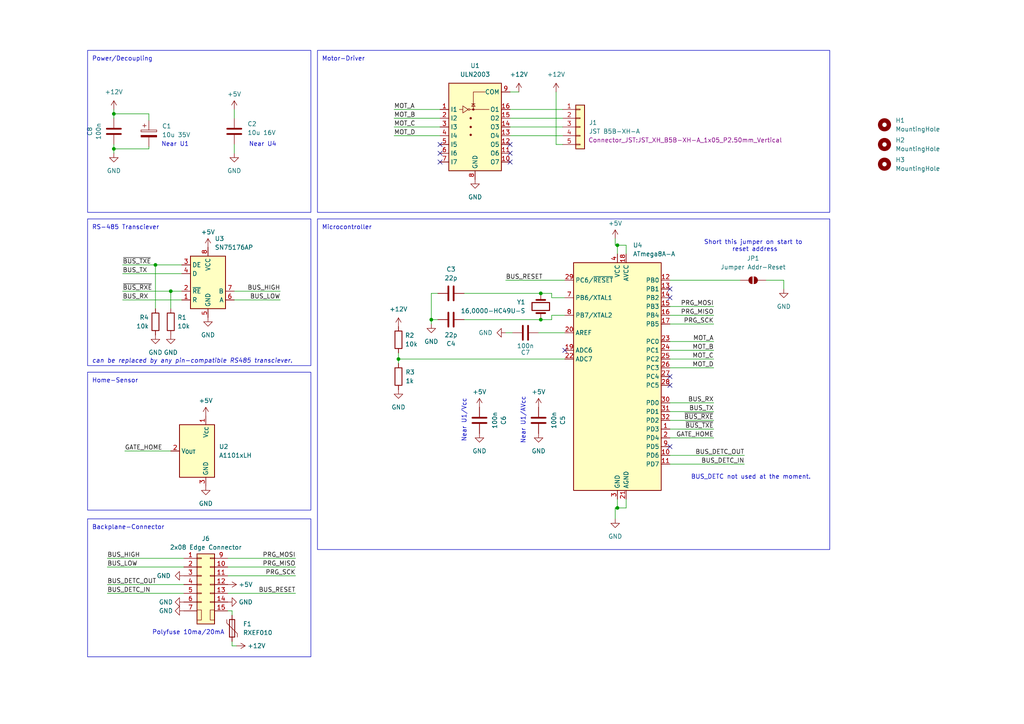
<source format=kicad_sch>
(kicad_sch (version 20250114) (generator "eeschema") (generator_version "9.0")
  (paper "A4")
  (title_block (title "Split-Flap Module Controller ") (date "2025-01-10") (rev "3") (company "Dennis Gunia www.dennisgunia.de") (comment 1 "Rev1 replaced U1 with dip variant"))
  (lib_symbols
    (symbol "Connector_Generic:Conn_01x05" (pin_names (offset 1.016) (hide yes))
      (property "Reference" "J" (at 0 7.62 0))
      (property "Value" "Conn_01x05" (at 0 -7.62 0))
      (symbol "Conn_01x05_1_1"
        (rectangle (start -1.27 6.35) (end 1.27 -6.35) (stroke (width 0.254)) (fill (type background)))
        (rectangle (start -1.27 5.207) (end 0 4.953) (stroke (width 0.1524)))
        (rectangle (start -1.27 2.667) (end 0 2.413) (stroke (width 0.1524)))
        (rectangle (start -1.27 0.127) (end 0 -0.127) (stroke (width 0.1524)))
        (rectangle (start -1.27 -2.413) (end 0 -2.667) (stroke (width 0.1524)))
        (rectangle (start -1.27 -4.953) (end 0 -5.207) (stroke (width 0.1524)))
        (pin passive line (at -5.08 5.08 0) (length 3.81) (name "Pin_1") (number "1"))
        (pin passive line (at -5.08 2.54 0) (length 3.81) (name "Pin_2") (number "2"))
        (pin passive line (at -5.08 0 0) (length 3.81) (name "Pin_3") (number "3"))
        (pin passive line (at -5.08 -2.54 0) (length 3.81) (name "Pin_4") (number "4"))
        (pin passive line (at -5.08 -5.08 0) (length 3.81) (name "Pin_5") (number "5"))
      )
    )
    (symbol "Connector_Generic:Conn_02x08_Top_Bottom" (pin_names (offset 1.016) (hide yes))
      (property "Reference" "J6" (at 1.27 13.335 0))
      (property "Value" "2x08 Edge Connector" (at 1.27 10.795 0))
      (symbol "Conn_02x08_Top_Bottom_1_1"
        (rectangle (start -1.27 8.89) (end 3.81 -11.43) (stroke (width 0.254)) (fill (type background)))
        (rectangle (start -1.27 7.747) (end 0 7.493) (stroke (width 0.1524)))
        (rectangle (start -1.27 5.207) (end 0 4.953) (stroke (width 0.1524)))
        (rectangle (start -1.27 2.667) (end 0 2.413) (stroke (width 0.1524)))
        (rectangle (start -1.27 0.127) (end 0 -0.127) (stroke (width 0.1524)))
        (rectangle (start -1.27 -2.413) (end 0 -2.667) (stroke (width 0.1524)))
        (rectangle (start -1.27 -4.953) (end 0 -5.207) (stroke (width 0.1524)))
        (rectangle (start -1.27 -7.366) (end 0 -10.287) (stroke (width 0.1524)))
        (rectangle (start 2.54 -7.366) (end 3.81 -10.287) (stroke (width 0.1524)))
        (rectangle (start 3.81 7.747) (end 2.54 7.493) (stroke (width 0.1524)))
        (rectangle (start 3.81 5.207) (end 2.54 4.953) (stroke (width 0.1524)))
        (rectangle (start 3.81 2.667) (end 2.54 2.413) (stroke (width 0.1524)))
        (rectangle (start 3.81 0.127) (end 2.54 -0.127) (stroke (width 0.1524)))
        (rectangle (start 3.81 -2.413) (end 2.54 -2.667) (stroke (width 0.1524)))
        (rectangle (start 3.81 -4.953) (end 2.54 -5.207) (stroke (width 0.1524)))
        (pin passive line (at -5.08 7.62 0) (length 3.81) (name "Pin_1") (number "1"))
        (pin passive line (at -5.08 5.08 0) (length 3.81) (name "Pin_2") (number "2"))
        (pin passive line (at -5.08 2.54 0) (length 3.81) (name "Pin_3") (number "3"))
        (pin passive line (at -5.08 0 0) (length 3.81) (name "Pin_4") (number "4"))
        (pin passive line (at -5.08 -2.54 0) (length 3.81) (name "Pin_5") (number "5"))
        (pin passive line (at -5.08 -5.08 0) (length 3.81) (name "Pin_6") (number "6"))
        (pin passive line (at -5.08 -7.62 0) (length 3.81) (name "Pin_7") (number "7"))
        (pin no_connect line (at -5.08 -10.16 0) (length 3.81) (hide yes) (name "Pin_8") (number "8"))
        (pin passive line (at 7.62 7.62 180) (length 3.81) (name "Pin_9") (number "9"))
        (pin passive line (at 7.62 5.08 180) (length 3.81) (name "Pin_10") (number "10"))
        (pin passive line (at 7.62 2.54 180) (length 3.81) (name "Pin_11") (number "11"))
        (pin passive line (at 7.62 0 180) (length 3.81) (name "Pin_12") (number "12"))
        (pin passive line (at 7.62 -2.54 180) (length 3.81) (name "Pin_13") (number "13"))
        (pin passive line (at 7.62 -5.08 180) (length 3.81) (name "Pin_14") (number "14"))
        (pin passive line (at 7.62 -7.62 180) (length 3.81) (name "Pin_15") (number "15"))
        (pin no_connect line (at 7.62 -10.16 180) (length 3.81) (hide yes) (name "Pin_16") (number "16"))
      )
    )
    (symbol "Device:C" (pin_numbers (hide yes)) (pin_names (offset 0.254))
      (property "Reference" "C" (at 0.635 2.54 0))
      (property "Value" "C" (at 0.635 -2.54 0))
      (symbol "C_0_1"
        (polyline (pts (xy -2.032 0.762) (xy 2.032 0.762)) (stroke (width 0.508)))
        (polyline (pts (xy -2.032 -0.762) (xy 2.032 -0.762)) (stroke (width 0.508)))
      )
      (symbol "C_1_1"
        (pin passive line (at 0 3.81 270) (length 2.794) (name "~") (number "1"))
        (pin passive line (at 0 -3.81 90) (length 2.794) (name "~") (number "2"))
      )
    )
    (symbol "Device:C_Polarized" (pin_numbers (hide yes)) (pin_names (offset 0.254))
      (property "Reference" "C" (at 0.635 2.54 0))
      (property "Value" "C_Polarized" (at 0.635 -2.54 0))
      (symbol "C_Polarized_0_1"
        (rectangle (start -2.286 0.508) (end 2.286 1.016))
        (polyline (pts (xy -1.778 2.286) (xy -0.762 2.286)))
        (polyline (pts (xy -1.27 2.794) (xy -1.27 1.778)))
        (rectangle (start 2.286 -0.508) (end -2.286 -1.016) (fill (type outline)))
      )
      (symbol "C_Polarized_1_1"
        (pin passive line (at 0 3.81 270) (length 2.794) (name "~") (number "1"))
        (pin passive line (at 0 -3.81 90) (length 2.794) (name "~") (number "2"))
      )
    )
    (symbol "Device:Crystal" (pin_numbers (hide yes)) (pin_names (offset 1.016) (hide yes))
      (property "Reference" "Y" (at 0 3.81 0))
      (property "Value" "Crystal" (at 0 -3.81 0))
      (symbol "Crystal_0_1"
        (polyline (pts (xy -2.54 0) (xy -1.905 0)))
        (polyline (pts (xy -1.905 -1.27) (xy -1.905 1.27)) (stroke (width 0.508)))
        (rectangle (start -1.143 2.54) (end 1.143 -2.54) (stroke (width 0.3048)))
        (polyline (pts (xy 1.905 -1.27) (xy 1.905 1.27)) (stroke (width 0.508)))
        (polyline (pts (xy 2.54 0) (xy 1.905 0)))
      )
      (symbol "Crystal_1_1"
        (pin passive line (at -3.81 0 0) (length 1.27) (name "1") (number "1"))
        (pin passive line (at 3.81 0 180) (length 1.27) (name "2") (number "2"))
      )
    )
    (symbol "Device:Polyfuse" (pin_numbers (hide yes)) (pin_names (offset 0))
      (property "Reference" "F" (at -2.54 0 90))
      (property "Value" "Polyfuse" (at 2.54 0 90))
      (symbol "Polyfuse_0_1"
        (polyline (pts (xy -1.524 2.54) (xy -1.524 1.524) (xy 1.524 -1.524) (xy 1.524 -2.54)))
        (rectangle (start -0.762 2.54) (end 0.762 -2.54) (stroke (width 0.254)))
        (polyline (pts (xy 0 2.54) (xy 0 -2.54)))
      )
      (symbol "Polyfuse_1_1"
        (pin passive line (at 0 3.81 270) (length 1.27) (name "~") (number "1"))
        (pin passive line (at 0 -3.81 90) (length 1.27) (name "~") (number "2"))
      )
    )
    (symbol "Device:R" (pin_numbers (hide yes)) (pin_names (offset 0))
      (property "Reference" "R" (at 2.032 0 90))
      (property "Value" "R" (at 0 0 90))
      (symbol "R_0_1"
        (rectangle (start -1.016 -2.54) (end 1.016 2.54) (stroke (width 0.254)))
      )
      (symbol "R_1_1"
        (pin passive line (at 0 3.81 270) (length 1.27) (name "~") (number "1"))
        (pin passive line (at 0 -3.81 90) (length 1.27) (name "~") (number "2"))
      )
    )
    (symbol "Interface_UART:SN75176AP"
      (property "Reference" "U" (at -4.318 8.89 0))
      (property "Value" "SN75176AP" (at 1.016 8.89 0))
      (symbol "SN75176AP_0_1"
        (rectangle (start -5.08 7.62) (end 5.08 -7.62) (stroke (width 0.254)) (fill (type background)))
      )
      (symbol "SN75176AP_1_1"
        (pin input line (at -7.62 5.08 0) (length 2.54) (name "DE") (number "3"))
        (pin input line (at -7.62 2.54 0) (length 2.54) (name "D") (number "4"))
        (pin input line (at -7.62 -2.54 0) (length 2.54) (name "~{RE}") (number "2"))
        (pin output line (at -7.62 -5.08 0) (length 2.54) (name "R") (number "1"))
        (pin power_in line (at 0 10.16 270) (length 2.54) (name "VCC") (number "8"))
        (pin power_in line (at 0 -10.16 90) (length 2.54) (name "GND") (number "5"))
        (pin bidirectional line (at 7.62 -2.54 180) (length 2.54) (name "B") (number "7"))
        (pin bidirectional line (at 7.62 -5.08 180) (length 2.54) (name "A") (number "6"))
      )
    )
    (symbol "Jumper:SolderJumper_2_Open" (pin_numbers (hide yes)) (pin_names (offset 0) (hide yes)) (in_bom no)
      (property "Reference" "JP" (at 0 2.032 0))
      (property "Value" "SolderJumper_2_Open" (at 0 -2.54 0))
      (symbol "SolderJumper_2_Open_0_1"
        (polyline (pts (xy -0.254 1.016) (xy -0.254 -1.016)))
        (arc (start -0.254 -1.016) (mid -1.2656 0) (end -0.254 1.016))
        (arc (start -0.254 -1.016) (mid -1.2656 0) (end -0.254 1.016) (fill (type outline)))
        (arc (start 0.254 1.016) (mid 1.2656 0) (end 0.254 -1.016))
        (arc (start 0.254 1.016) (mid 1.2656 0) (end 0.254 -1.016) (fill (type outline)))
        (polyline (pts (xy 0.254 1.016) (xy 0.254 -1.016)))
      )
      (symbol "SolderJumper_2_Open_1_1"
        (pin passive line (at -3.81 0 0) (length 2.54) (name "A") (number "1"))
        (pin passive line (at 3.81 0 180) (length 2.54) (name "B") (number "2"))
      )
    )
    (symbol "MCU_Microchip_ATmega:ATmega8A-A"
      (property "Reference" "U" (at -12.7 34.29 0))
      (property "Value" "ATmega8A-A" (at 5.08 -34.29 0))
      (symbol "ATmega8A-A_0_1"
        (rectangle (start -12.7 -33.02) (end 12.7 33.02) (stroke (width 0.254)) (fill (type background)))
      )
      (symbol "ATmega8A-A_1_1"
        (pin bidirectional line (at -15.24 27.94 0) (length 2.54) (name "PC6/~{RESET}") (number "29"))
        (pin bidirectional line (at -15.24 22.86 0) (length 2.54) (name "PB6/XTAL1") (number "7"))
        (pin bidirectional line (at -15.24 17.78 0) (length 2.54) (name "PB7/XTAL2") (number "8"))
        (pin passive line (at -15.24 12.7 0) (length 2.54) (name "AREF") (number "20"))
        (pin input line (at -15.24 7.62 0) (length 2.54) (name "ADC6") (number "19"))
        (pin input line (at -15.24 5.08 0) (length 2.54) (name "ADC7") (number "22"))
        (pin power_in line (at 0 35.56 270) (length 2.54) (name "VCC") (number "4"))
        (pin passive line (at 0 35.56 270) (length 2.54) (hide yes) (name "VCC") (number "6"))
        (pin power_in line (at 0 -35.56 90) (length 2.54) (name "GND") (number "3"))
        (pin passive line (at 0 -35.56 90) (length 2.54) (hide yes) (name "GND") (number "5"))
        (pin power_in line (at 2.54 35.56 270) (length 2.54) (name "AVCC") (number "18"))
        (pin power_in line (at 2.54 -35.56 90) (length 2.54) (name "AGND") (number "21"))
        (pin bidirectional line (at 15.24 27.94 180) (length 2.54) (name "PB0") (number "12"))
        (pin bidirectional line (at 15.24 25.4 180) (length 2.54) (name "PB1") (number "13"))
        (pin bidirectional line (at 15.24 22.86 180) (length 2.54) (name "PB2") (number "14"))
        (pin bidirectional line (at 15.24 20.32 180) (length 2.54) (name "PB3") (number "15"))
        (pin bidirectional line (at 15.24 17.78 180) (length 2.54) (name "PB4") (number "16"))
        (pin bidirectional line (at 15.24 15.24 180) (length 2.54) (name "PB5") (number "17"))
        (pin bidirectional line (at 15.24 10.16 180) (length 2.54) (name "PC0") (number "23"))
        (pin bidirectional line (at 15.24 7.62 180) (length 2.54) (name "PC1") (number "24"))
        (pin bidirectional line (at 15.24 5.08 180) (length 2.54) (name "PC2") (number "25"))
        (pin bidirectional line (at 15.24 2.54 180) (length 2.54) (name "PC3") (number "26"))
        (pin bidirectional line (at 15.24 0 180) (length 2.54) (name "PC4") (number "27"))
        (pin bidirectional line (at 15.24 -2.54 180) (length 2.54) (name "PC5") (number "28"))
        (pin bidirectional line (at 15.24 -7.62 180) (length 2.54) (name "PD0") (number "30"))
        (pin bidirectional line (at 15.24 -10.16 180) (length 2.54) (name "PD1") (number "31"))
        (pin bidirectional line (at 15.24 -12.7 180) (length 2.54) (name "PD2") (number "32"))
        (pin bidirectional line (at 15.24 -15.24 180) (length 2.54) (name "PD3") (number "1"))
        (pin bidirectional line (at 15.24 -17.78 180) (length 2.54) (name "PD4") (number "2"))
        (pin bidirectional line (at 15.24 -20.32 180) (length 2.54) (name "PD5") (number "9"))
        (pin bidirectional line (at 15.24 -22.86 180) (length 2.54) (name "PD6") (number "10"))
        (pin bidirectional line (at 15.24 -25.4 180) (length 2.54) (name "PD7") (number "11"))
      )
    )
    (symbol "Mechanical:MountingHole" (pin_names (offset 1.016))
      (property "Reference" "H" (at 0 5.08 0))
      (property "Value" "MountingHole" (at 0 3.175 0))
      (symbol "MountingHole_0_1"
        (circle (center 0 0) (radius 1.27) (stroke (width 1.27)))
      )
    )
    (symbol "Sensor_Magnetic:A1101xLH"
      (property "Reference" "U" (at 0 11.43 0))
      (property "Value" "A1101xLH" (at 0 8.89 0))
      (symbol "A1101xLH_0_1"
        (rectangle (start -5.08 7.62) (end 5.08 -7.62) (stroke (width 0.254)) (fill (type background)))
      )
      (symbol "A1101xLH_1_1"
        (pin power_in line (at -2.54 10.16 270) (length 2.54) (name "V_{CC}") (number "1"))
        (pin power_in line (at -2.54 -10.16 90) (length 2.54) (name "GND") (number "3"))
        (pin open_collector line (at 7.62 0 180) (length 2.54) (name "V_{OUT}") (number "2"))
      )
    )
    (symbol "Transistor_Array:ULN2003"
      (property "Reference" "U" (at 0 15.875 0))
      (property "Value" "ULN2003" (at 0 13.97 0))
      (symbol "ULN2003_0_1"
        (rectangle (start -7.62 -12.7) (end 7.62 12.7) (stroke (width 0.254)) (fill (type background)))
        (polyline (pts (xy -4.572 5.08) (xy -3.556 5.08)))
        (polyline (pts (xy -3.556 6.096) (xy -3.556 4.064) (xy -2.032 5.08) (xy -3.556 6.096)))
        (circle (center -1.778 5.08) (radius 0.254))
        (polyline (pts (xy -1.524 5.08) (xy 4.064 5.08)))
        (circle (center -1.27 2.54) (radius 0.254) (fill (type outline)))
        (circle (center -1.27 0) (radius 0.254) (fill (type outline)))
        (circle (center -1.27 -2.286) (radius 0.254) (fill (type outline)))
        (circle (center -0.508 5.08) (radius 0.254) (fill (type outline)))
        (polyline (pts (xy -0.508 5.08) (xy -0.508 10.16) (xy 2.921 10.16)))
        (polyline (pts (xy 0 6.731) (xy -1.016 6.731)))
        (polyline (pts (xy 0 5.969) (xy -1.016 5.969) (xy -0.508 6.731) (xy 0 5.969)))
      )
      (symbol "ULN2003_1_1"
        (pin input line (at -10.16 5.08 0) (length 2.54) (name "I1") (number "1"))
        (pin input line (at -10.16 2.54 0) (length 2.54) (name "I2") (number "2"))
        (pin input line (at -10.16 0 0) (length 2.54) (name "I3") (number "3"))
        (pin input line (at -10.16 -2.54 0) (length 2.54) (name "I4") (number "4"))
        (pin input line (at -10.16 -5.08 0) (length 2.54) (name "I5") (number "5"))
        (pin input line (at -10.16 -7.62 0) (length 2.54) (name "I6") (number "6"))
        (pin input line (at -10.16 -10.16 0) (length 2.54) (name "I7") (number "7"))
        (pin power_in line (at 0 -15.24 90) (length 2.54) (name "GND") (number "8"))
        (pin passive line (at 10.16 10.16 180) (length 2.54) (name "COM") (number "9"))
        (pin open_collector line (at 10.16 5.08 180) (length 2.54) (name "O1") (number "16"))
        (pin open_collector line (at 10.16 2.54 180) (length 2.54) (name "O2") (number "15"))
        (pin open_collector line (at 10.16 0 180) (length 2.54) (name "O3") (number "14"))
        (pin open_collector line (at 10.16 -2.54 180) (length 2.54) (name "O4") (number "13"))
        (pin open_collector line (at 10.16 -5.08 180) (length 2.54) (name "O5") (number "12"))
        (pin open_collector line (at 10.16 -7.62 180) (length 2.54) (name "O6") (number "11"))
        (pin open_collector line (at 10.16 -10.16 180) (length 2.54) (name "O7") (number "10"))
      )
    )
    (symbol "power:+12V" (power) (pin_names (offset 0))
      (property "Value" "+12V" (at 0 3.556 0))
      (symbol "+12V_0_1"
        (polyline (pts (xy -0.762 1.27) (xy 0 2.54)))
        (polyline (pts (xy 0 2.54) (xy 0.762 1.27)))
        (polyline (pts (xy 0 0) (xy 0 2.54)))
      )
      (symbol "+12V_1_1"
        (pin power_in line (at 0 0 90) (length 0) (hide yes) (name "+12V") (number "1"))
      )
    )
    (symbol "power:+5V" (power) (pin_names (offset 0))
      (property "Value" "+5V" (at 0 3.556 0))
      (symbol "+5V_0_1"
        (polyline (pts (xy -0.762 1.27) (xy 0 2.54)))
        (polyline (pts (xy 0 2.54) (xy 0.762 1.27)))
        (polyline (pts (xy 0 0) (xy 0 2.54)))
      )
      (symbol "+5V_1_1"
        (pin power_in line (at 0 0 90) (length 0) (hide yes) (name "+5V") (number "1"))
      )
    )
    (symbol "power:GND" (power) (pin_names (offset 0))
      (property "Value" "GND" (at 0 -3.81 0))
      (symbol "GND_0_1"
        (polyline (pts (xy 0 0) (xy 0 -1.27) (xy 1.27 -1.27) (xy 0 -2.54) (xy -1.27 -1.27) (xy 0 -1.27)))
      )
      (symbol "GND_1_1"
        (pin power_in line (at 0 0 270) (length 0) (hide yes) (name "GND") (number "1"))
      )
    )
  )
  (rectangle (start 92.075 14.605) (end 240.665 61.595))
  (rectangle (start 25.4 107.95) (end 90.17 147.955))
  (rectangle (start 25.4 63.5) (end 90.17 106.045))
  (rectangle (start 92.075 63.5) (end 240.665 159.385))
  (rectangle (start 25.4 150.495) (end 90.17 190.5))
  (rectangle (start 25.4 14.605) (end 90.17 61.595))
  (text "Motor-Driver\n" (at 93.345 17.145 0) (effects (font (size 1.27 1.27)) (justify left)))
  (text "RS-485 Transciever" (at 26.67 66.04 0) (effects (font (size 1.27 1.27)) (justify left)))
  (text "Power/Decoupling\n" (at 26.67 17.145 0) (effects (font (size 1.27 1.27)) (justify left)))
  (text "Polyfuse 10ma/20mA" (at 54.61 183.515 0) (effects (font (size 1.27 1.27))))
  (text "Home-Sensor" (at 26.67 110.49 0) (effects (font (size 1.27 1.27)) (justify left)))
  (text "Short this jumper on start to \nreset address" (at 218.948 71.374 0) (effects (font (size 1.27 1.27))))
  (text "Backplane-Connector" (at 26.67 153.035 0) (effects (font (size 1.27 1.27)) (justify left)))
  (text "BUS_DETC not used at the moment." (at 217.805 138.43 0) (effects (font (size 1.27 1.27))))
  (text "Near U1\n" (at 50.8 41.91 0) (effects (font (size 1.27 1.27))))
  (text "can be replaced by any pin-compatible RS485 transciever." (at 26.67 104.775 0) (effects (font (size 1.27 1.27) (italic yes)) (justify left)))
  (text "Near U1/AVcc" (at 151.765 121.92 90) (effects (font (size 1.27 1.27))))
  (text "Near U1/Vcc" (at 134.62 121.92 90) (effects (font (size 1.27 1.27))))
  (text "Microcontroller" (at 93.345 66.04 0) (effects (font (size 1.27 1.27)) (justify left)))
  (text "Near U4\n" (at 76.2 41.91 0) (effects (font (size 1.27 1.27))))
  (junction (at 45.085 76.835))
  (junction (at 125.095 92.71))
  (junction (at 156.845 92.71))
  (junction (at 33.02 43.18))
  (junction (at 156.845 85.09))
  (junction (at 179.07 147.32))
  (junction (at 49.53 84.455))
  (junction (at 179.07 71.12))
  (junction (at 115.57 104.14))
  (junction (at 33.02 33.02))
  (no_connect (at 163.83 101.6))
  (no_connect (at 147.955 41.91))
  (no_connect (at 194.31 86.36))
  (no_connect (at 147.955 44.45))
  (no_connect (at 194.31 129.54))
  (no_connect (at 194.31 111.76))
  (no_connect (at 194.31 109.22))
  (no_connect (at 127.635 46.99))
  (no_connect (at 127.635 44.45))
  (no_connect (at 127.635 41.91))
  (no_connect (at 147.955 46.99))
  (no_connect (at 194.31 83.82))
  (wire (pts (xy 179.07 147.32) (xy 179.07 144.78)))
  (wire (pts (xy 35.56 84.455) (xy 49.53 84.455)))
  (wire (pts (xy 194.31 106.68) (xy 207.01 106.68)))
  (wire (pts (xy 194.31 91.44) (xy 207.01 91.44)))
  (wire (pts (xy 194.31 88.9) (xy 207.01 88.9)))
  (wire (pts (xy 53.34 172.085) (xy 31.115 172.085)))
  (wire (pts (xy 194.31 134.62) (xy 215.9 134.62)))
  (wire (pts (xy 160.02 86.36) (xy 163.83 86.36)))
  (wire (pts (xy 45.085 89.535) (xy 45.085 76.835)))
  (wire (pts (xy 134.62 85.09) (xy 156.845 85.09)))
  (wire (pts (xy 227.33 81.28) (xy 227.33 83.82)))
  (wire (pts (xy 179.07 147.32) (xy 178.435 147.32)))
  (wire (pts (xy 179.07 147.32) (xy 181.61 147.32)))
  (wire (pts (xy 33.02 41.91) (xy 33.02 43.18)))
  (wire (pts (xy 146.685 81.28) (xy 163.83 81.28)))
  (wire (pts (xy 160.02 92.71) (xy 160.02 91.44)))
  (wire (pts (xy 67.31 187.325) (xy 68.58 187.325)))
  (wire (pts (xy 33.02 34.29) (xy 33.02 33.02)))
  (wire (pts (xy 194.31 93.98) (xy 207.01 93.98)))
  (wire (pts (xy 127.635 36.83) (xy 114.3 36.83)))
  (wire (pts (xy 67.31 177.165) (xy 67.31 178.435)))
  (wire (pts (xy 49.53 84.455) (xy 49.53 89.535)))
  (wire (pts (xy 160.02 91.44) (xy 163.83 91.44)))
  (wire (pts (xy 67.945 84.455) (xy 81.28 84.455)))
  (wire (pts (xy 52.705 86.995) (xy 35.56 86.995)))
  (wire (pts (xy 66.04 177.165) (xy 67.31 177.165)))
  (wire (pts (xy 43.18 42.545) (xy 43.18 43.18)))
  (wire (pts (xy 127.635 34.29) (xy 114.3 34.29)))
  (wire (pts (xy 66.04 172.085) (xy 85.725 172.085)))
  (wire (pts (xy 161.29 41.91) (xy 163.195 41.91)))
  (wire (pts (xy 115.57 105.41) (xy 115.57 104.14)))
  (wire (pts (xy 181.61 71.12) (xy 179.07 71.12)))
  (wire (pts (xy 31.115 164.465) (xy 53.34 164.465)))
  (wire (pts (xy 222.25 81.28) (xy 227.33 81.28)))
  (wire (pts (xy 67.945 31.75) (xy 67.945 34.29)))
  (wire (pts (xy 66.04 164.465) (xy 85.725 164.465)))
  (wire (pts (xy 179.07 71.12) (xy 179.07 73.66)))
  (wire (pts (xy 148.59 96.52) (xy 146.685 96.52)))
  (wire (pts (xy 147.955 39.37) (xy 163.195 39.37)))
  (wire (pts (xy 67.31 186.055) (xy 67.31 187.325)))
  (wire (pts (xy 181.61 73.66) (xy 181.61 71.12)))
  (wire (pts (xy 147.955 26.67) (xy 150.495 26.67)))
  (wire (pts (xy 115.57 104.14) (xy 115.57 102.362)))
  (wire (pts (xy 156.845 85.09) (xy 160.02 85.09)))
  (wire (pts (xy 43.18 33.02) (xy 33.02 33.02)))
  (wire (pts (xy 134.62 92.71) (xy 156.845 92.71)))
  (wire (pts (xy 127 85.09) (xy 125.095 85.09)))
  (wire (pts (xy 35.56 76.835) (xy 45.085 76.835)))
  (wire (pts (xy 178.435 150.495) (xy 178.435 147.32)))
  (wire (pts (xy 194.31 101.6) (xy 207.01 101.6)))
  (wire (pts (xy 125.095 85.09) (xy 125.095 92.71)))
  (wire (pts (xy 194.31 116.84) (xy 207.01 116.84)))
  (wire (pts (xy 127.635 39.37) (xy 114.3 39.37)))
  (wire (pts (xy 33.02 43.18) (xy 33.02 44.45)))
  (wire (pts (xy 53.34 169.545) (xy 31.115 169.545)))
  (wire (pts (xy 33.02 43.18) (xy 43.18 43.18)))
  (wire (pts (xy 147.955 34.29) (xy 163.195 34.29)))
  (wire (pts (xy 194.31 104.14) (xy 207.01 104.14)))
  (wire (pts (xy 66.04 161.925) (xy 85.725 161.925)))
  (wire (pts (xy 43.18 34.925) (xy 43.18 33.02)))
  (wire (pts (xy 194.31 119.38) (xy 207.01 119.38)))
  (wire (pts (xy 156.21 96.52) (xy 163.83 96.52)))
  (wire (pts (xy 181.61 144.78) (xy 181.61 147.32)))
  (wire (pts (xy 66.04 167.005) (xy 85.725 167.005)))
  (wire (pts (xy 115.57 104.14) (xy 163.83 104.14)))
  (wire (pts (xy 52.705 79.375) (xy 35.56 79.375)))
  (wire (pts (xy 67.945 86.995) (xy 81.28 86.995)))
  (wire (pts (xy 127.635 31.75) (xy 114.3 31.75)))
  (wire (pts (xy 67.945 41.91) (xy 67.945 44.45)))
  (wire (pts (xy 194.31 124.46) (xy 207.01 124.46)))
  (wire (pts (xy 125.095 92.71) (xy 125.095 93.98)))
  (wire (pts (xy 194.31 99.06) (xy 207.01 99.06)))
  (wire (pts (xy 161.29 26.67) (xy 161.29 41.91)))
  (wire (pts (xy 194.31 81.28) (xy 214.63 81.28)))
  (wire (pts (xy 160.02 85.09) (xy 160.02 86.36)))
  (wire (pts (xy 52.705 84.455) (xy 49.53 84.455)))
  (wire (pts (xy 33.02 31.75) (xy 33.02 33.02)))
  (wire (pts (xy 156.845 92.71) (xy 160.02 92.71)))
  (wire (pts (xy 178.435 69.215) (xy 178.435 71.12)))
  (wire (pts (xy 194.31 132.08) (xy 215.9 132.08)))
  (wire (pts (xy 45.085 76.835) (xy 52.705 76.835)))
  (wire (pts (xy 53.34 161.925) (xy 31.115 161.925)))
  (wire (pts (xy 194.31 121.92) (xy 207.01 121.92)))
  (wire (pts (xy 147.955 31.75) (xy 163.195 31.75)))
  (wire (pts (xy 179.07 71.12) (xy 178.435 71.12)))
  (wire (pts (xy 147.955 36.83) (xy 163.195 36.83)))
  (wire (pts (xy 127 92.71) (xy 125.095 92.71)))
  (wire (pts (xy 49.53 130.81) (xy 36.195 130.81)))
  (wire (pts (xy 194.31 127) (xy 207.01 127)))
  (label "BUS_TX" (at 35.56 79.375 0))
  (label "MOT_A" (at 114.3 31.75 0))
  (label "MOT_C" (at 207.01 104.14 180))
  (label "BUS_RESET" (at 85.725 172.085 180))
  (label "BUS_RX" (at 207.01 116.84 180))
  (label "GATE_HOME" (at 207.01 127 180))
  (label "MOT_C" (at 114.3 36.83 0))
  (label "MOT_D" (at 114.3 39.37 0))
  (label "MOT_A" (at 207.01 99.06 180))
  (label "BUS_RX" (at 35.56 86.995 0))
  (label "BUS_DETC_OUT" (at 31.115 169.545 0))
  (label "PRG_SCK" (at 207.01 93.98 180))
  (label "BUS_HIGH" (at 81.28 84.455 180))
  (label "MOT_D" (at 207.01 106.68 180))
  (label "PRG_MISO" (at 207.01 91.44 180))
  (label "BUS_HIGH" (at 31.115 161.925 0))
  (label "BUS_DETC_IN" (at 215.9 134.62 180))
  (label "MOT_B" (at 114.3 34.29 0))
  (label "GATE_HOME" (at 36.195 130.81 0))
  (label "PRG_MISO" (at 85.725 164.465 180))
  (label "BUS_RESET" (at 146.685 81.28 0))
  (label "MOT_B" (at 207.01 101.6 180))
  (label "~{BUS_TXE}" (at 207.01 124.46 180))
  (label "PRG_MOSI" (at 85.725 161.925 180))
  (label "~{BUS_TXE}" (at 35.56 76.835 0))
  (label "~{BUS_RXE}" (at 207.01 121.92 180))
  (label "BUS_LOW" (at 81.28 86.995 180))
  (label "~{BUS_RXE}" (at 35.56 84.455 0))
  (label "BUS_LOW" (at 31.115 164.465 0))
  (label "BUS_DETC_OUT" (at 215.9 132.08 180))
  (label "PRG_MOSI" (at 207.01 88.9 180))
  (label "BUS_DETC_IN" (at 31.115 172.085 0))
  (label "BUS_TX" (at 207.01 119.38 180))
  (label "PRG_SCK" (at 85.725 167.005 180))
  (symbol (lib_id "power:+5V") (at 67.945 31.75 0) (unit 1)
    (property "Reference" "#PWR08" (effects (hide yes)))
    (property "Value" "+5V" (at 67.945 27.305 0))
  )
  (symbol (lib_id "power:+12V") (at 115.57 94.742 0) (mirror y) (unit 1)
    (property "Reference" "#PWR028" (effects (hide yes)))
    (property "Value" "+12V" (at 115.57 89.662 0))
  )
  (symbol (lib_id "Device:Polyfuse") (at 67.31 182.245 0) (unit 1)
    (property "Reference" "F1" (at 70.485 180.975 0) (effects (justify left)))
    (property "Value" "RXEF010" (at 70.485 183.515 0) (effects (justify left)))
    (property "Footprint" "Fuse:Fuse_0805_2012Metric" (effects (hide yes)))
  )
  (symbol (lib_id "Device:C") (at 156.21 121.92 0) (mirror x) (unit 1)
    (property "Reference" "C5" (at 163.195 121.92 90))
    (property "Value" "100n" (at 160.655 121.92 90))
    (property "Footprint" "Capacitor_SMD:C_0805_2012Metric" (effects (hide yes)))
  )
  (symbol (lib_id "Device:C_Polarized") (at 43.18 38.735 0) (unit 1)
    (property "Reference" "C1" (at 46.99 36.576 0) (effects (justify left)))
    (property "Value" "10u 35V" (at 46.99 39.116 0) (effects (justify left)))
    (property "Footprint" "Capacitor_THT:CP_Radial_D6.3mm_P2.50mm" (effects (hide yes)))
  )
  (symbol (lib_id "Connector_Generic:Conn_01x05") (at 168.275 36.83 0) (unit 1)
    (property "Reference" "J1" (at 170.815 35.56 0) (effects (justify left)))
    (property "Value" "JST B5B-XH-A" (at 170.815 38.1 0) (effects (justify left)))
    (property "Footprint" "Connector_JST:JST_XH_B5B-XH-A_1x05_P2.50mm_Vertical" (at 198.755 40.64 0))
  )
  (symbol (lib_id "power:+5V") (at 66.04 169.545 270) (unit 1)
    (property "Reference" "#PWR019" (effects (hide yes)))
    (property "Value" "+5V" (at 69.215 169.545 90) (effects (justify left)))
  )
  (symbol (lib_id "Device:R") (at 115.57 98.552 0) (unit 1)
    (property "Reference" "R2" (at 117.475 97.282 0) (effects (justify left)))
    (property "Value" "10k" (at 117.475 99.822 0) (effects (justify left)))
    (property "Footprint" "Resistor_SMD:R_0805_2012Metric" (effects (hide yes)))
  )
  (symbol (lib_id "power:GND") (at 139.065 125.73 0) (mirror y) (unit 1)
    (property "Reference" "#PWR027" (effects (hide yes)))
    (property "Value" "GND" (at 139.065 130.81 0))
  )
  (symbol (lib_id "power:+12V") (at 150.495 26.67 0) (unit 1)
    (property "Reference" "#PWR02" (effects (hide yes)))
    (property "Value" "+12V" (at 150.495 21.59 0))
  )
  (symbol (lib_id "power:GND") (at 66.04 174.625 90) (unit 1)
    (property "Reference" "#PWR022" (effects (hide yes)))
    (property "Value" "GND" (at 69.215 174.625 90) (effects (justify right)))
  )
  (symbol (lib_id "power:GND") (at 60.325 92.075 0) (mirror y) (unit 1)
    (property "Reference" "#PWR010" (effects (hide yes)))
    (property "Value" "GND" (at 60.325 97.155 0))
  )
  (symbol (lib_id "power:+12V") (at 161.29 26.67 0) (unit 1)
    (property "Reference" "#PWR01" (effects (hide yes)))
    (property "Value" "+12V" (at 161.29 21.59 0))
  )
  (symbol (lib_id "power:+5V") (at 60.325 71.755 0) (unit 1)
    (property "Reference" "#PWR09" (effects (hide yes)))
    (property "Value" "+5V" (at 60.325 67.31 0))
  )
  (symbol (lib_id "power:GND") (at 53.34 167.005 270) (unit 1)
    (property "Reference" "#PWR023" (effects (hide yes)))
    (property "Value" "GND" (at 49.53 167.005 90) (effects (justify right)))
  )
  (symbol (lib_id "power:GND") (at 33.02 44.45 0) (mirror y) (unit 1)
    (property "Reference" "#PWR05" (effects (hide yes)))
    (property "Value" "GND" (at 33.02 49.53 0))
  )
  (symbol (lib_id "power:GND") (at 146.685 96.52 270) (mirror x) (unit 1)
    (property "Reference" "#PWR014" (effects (hide yes)))
    (property "Value" "GND" (at 142.875 96.5199 90) (effects (justify right)))
  )
  (symbol (lib_id "Jumper:SolderJumper_2_Open") (at 218.44 81.28 0) (unit 1) (in_bom no)
    (property "Reference" "JP1" (at 218.44 74.93 0))
    (property "Value" "Jumper Addr-Reset" (at 218.44 77.47 0))
    (property "Footprint" "Jumper:SolderJumper-2_P1.3mm_Open_Pad1.0x1.5mm" (effects (hide yes)))
    (property "Description" "Solder Jumper, 2-pole, open" (effects (hide yes)))
  )
  (symbol (lib_id "Device:R") (at 115.57 109.22 0) (unit 1)
    (property "Reference" "R3" (at 117.602 107.9499 0) (effects (justify left)))
    (property "Value" "1k" (at 117.602 110.4899 0) (effects (justify left)))
    (property "Footprint" "Resistor_SMD:R_0805_2012Metric" (effects (hide yes)))
  )
  (symbol (lib_id "Connector_Generic:Conn_02x08_Top_Bottom") (at 58.42 169.545 0) (unit 1)
    (property "Reference" "J6" (at 59.69 156.21 0))
    (property "Value" "2x08 Edge Connector" (at 59.69 158.75 0))
    (property "Footprint" "Dennis:Card Edge 16 power" (effects (hide yes)))
  )
  (symbol (lib_id "Device:C") (at 67.945 38.1 0) (unit 1)
    (property "Reference" "C2" (at 71.755 35.941 0) (effects (justify left)))
    (property "Value" "10u 16V" (at 71.755 38.481 0) (effects (justify left)))
    (property "Footprint" "Capacitor_SMD:C_1206_3216Metric" (effects (hide yes)))
    (property "Description" "Unpolarized capacitor" (effects (hide yes)))
  )
  (symbol (lib_id "Device:R") (at 45.085 93.345 0) (mirror y) (unit 1)
    (property "Reference" "R4" (at 43.18 92.075 0) (effects (justify left)))
    (property "Value" "10k" (at 43.18 94.615 0) (effects (justify left)))
    (property "Footprint" "Resistor_SMD:R_0805_2012Metric" (effects (hide yes)))
  )
  (symbol (lib_id "Mechanical:MountingHole") (at 256.54 47.625 0) (unit 1)
    (property "Reference" "H3" (at 259.715 46.355 0) (effects (justify left)))
    (property "Value" "MountingHole" (at 259.715 48.895 0) (effects (justify left)))
    (property "Footprint" "MountingHole:MountingHole_3.2mm_M3_DIN965_Pad" (effects (hide yes)))
  )
  (symbol (lib_id "MCU_Microchip_ATmega:ATmega8A-A") (at 179.07 109.22 0) (unit 1)
    (property "Reference" "U4" (at 183.5659 71.12 0) (effects (justify left)))
    (property "Value" "ATmega8A-A" (at 183.5659 73.66 0) (effects (justify left)))
    (property "Footprint" "Package_QFP:TQFP-32_7x7mm_P0.8mm" (effects (hide yes)))
    (property "Datasheet" "http://ww1.microchip.com/downloads/en/DeviceDoc/Microchip%208bit%20mcu%20AVR%20ATmega8A%20data%20sheet%2040001974A.pdf" (effects (hide yes)))
  )
  (symbol (lib_id "Sensor_Magnetic:A1101xLH") (at 57.15 130.81 0) (mirror y) (unit 1)
    (property "Reference" "U2" (at 63.5 129.5399 0) (effects (justify right)))
    (property "Value" "A1101xLH" (at 63.5 132.0799 0) (effects (justify right)))
    (property "Footprint" "Package_TO_SOT_SMD:SOT-23W" (effects (hide yes)))
    (property "Datasheet" "https://www.allegromicro.com/-/media/files/datasheets/a110x-datasheet.ashx" (effects (hide yes)))
    (property "Description" "Hall effect switch, unipolar (south-polarity), Bop=100G, Brp=45G, 3.8-24V supply, SOT-23W" (effects (hide yes)))
  )
  (symbol (lib_id "Device:C") (at 130.81 85.09 90) (unit 1)
    (property "Reference" "C3" (at 130.81 78.105 90))
    (property "Value" "22p" (at 130.81 80.645 90))
    (property "Footprint" "Capacitor_SMD:C_0805_2012Metric" (effects (hide yes)))
  )
  (symbol (lib_id "power:+12V") (at 33.02 31.75 0) (mirror y) (unit 1)
    (property "Reference" "#PWR04" (effects (hide yes)))
    (property "Value" "+12V" (at 33.02 26.67 0))
  )
  (symbol (lib_id "Device:C") (at 130.81 92.71 90) (mirror x) (unit 1)
    (property "Reference" "C4" (at 130.81 99.695 90))
    (property "Value" "22p" (at 130.81 97.155 90))
    (property "Footprint" "Capacitor_SMD:C_0805_2012Metric" (effects (hide yes)))
  )
  (symbol (lib_id "power:GND") (at 59.69 140.97 0) (unit 1)
    (property "Reference" "#PWR012" (effects (hide yes)))
    (property "Value" "GND" (at 59.69 146.05 0))
  )
  (symbol (lib_id "power:GND") (at 45.085 97.155 0) (mirror y) (unit 1)
    (property "Reference" "#PWR030" (effects (hide yes)))
    (property "Value" "GND" (at 45.085 102.235 0))
  )
  (symbol (lib_id "Device:Crystal") (at 156.845 88.9 270) (unit 1)
    (property "Reference" "Y1" (at 152.4 87.63 90) (effects (justify right)))
    (property "Value" "16,0000-HC49U-S" (at 152.4 90.17 90) (effects (justify right)))
    (property "Footprint" "Crystal:Crystal_HC49-U_Vertical" (effects (hide yes)))
  )
  (symbol (lib_id "power:+12V") (at 68.58 187.325 270) (unit 1)
    (property "Reference" "#PWR020" (effects (hide yes)))
    (property "Value" "+12V" (at 71.755 187.325 90) (effects (justify left)))
  )
  (symbol (lib_id "power:+5V") (at 59.69 120.65 0) (unit 1)
    (property "Reference" "#PWR011" (effects (hide yes)))
    (property "Value" "+5V" (at 59.69 116.205 0))
  )
  (symbol (lib_id "power:GND") (at 115.57 113.03 0) (mirror y) (unit 1)
    (property "Reference" "#PWR029" (effects (hide yes)))
    (property "Value" "GND" (at 115.57 118.11 0))
  )
  (symbol (lib_id "power:GND") (at 178.435 150.495 0) (mirror y) (unit 1)
    (property "Reference" "#PWR06" (effects (hide yes)))
    (property "Value" "GND" (at 178.435 155.575 0))
  )
  (symbol (lib_id "Device:C") (at 152.4 96.52 90) (mirror x) (unit 1)
    (property "Reference" "C7" (at 152.4 102.235 90))
    (property "Value" "100n" (at 152.4 100.33 90))
    (property "Footprint" "Capacitor_SMD:C_0805_2012Metric" (effects (hide yes)))
  )
  (symbol (lib_id "Device:C") (at 33.02 38.1 0) (mirror y) (unit 1)
    (property "Reference" "C8" (at 26.035 38.1 90))
    (property "Value" "100n" (at 28.575 38.1 90))
    (property "Footprint" "Capacitor_SMD:C_0805_2012Metric" (effects (hide yes)))
  )
  (symbol (lib_id "power:GND") (at 49.53 97.155 0) (mirror y) (unit 1)
    (property "Reference" "#PWR025" (effects (hide yes)))
    (property "Value" "GND" (at 49.53 102.235 0))
  )
  (symbol (lib_id "Transistor_Array:ULN2003") (at 137.795 36.83 0) (unit 1)
    (property "Reference" "U1" (at 137.795 19.05 0))
    (property "Value" "ULN2003" (at 137.795 21.59 0))
    (property "Footprint" "Package_DIP:DIP-16_W7.62mm" (effects (hide yes)))
    (property "Datasheet" "http://www.ti.com/lit/ds/symlink/uln2003a.pdf" (effects (hide yes)))
  )
  (symbol (lib_id "power:GND") (at 227.33 83.82 0) (mirror y) (unit 1)
    (property "Reference" "#PWR032" (effects (hide yes)))
    (property "Value" "GND" (at 227.33 88.9 0))
  )
  (symbol (lib_id "Interface_UART:SN75176AP") (at 60.325 81.915 0) (unit 1)
    (property "Reference" "U3" (at 62.2809 69.215 0) (effects (justify left)))
    (property "Value" "SN75176AP" (at 62.2809 71.755 0) (effects (justify left)))
    (property "Footprint" "Package_DIP:DIP-8_W7.62mm" (effects (hide yes)))
    (property "Datasheet" "http://www.ti.com/lit/ds/symlink/sn75176a.pdf" (effects (hide yes)))
  )
  (symbol (lib_id "Device:R") (at 49.53 93.345 0) (unit 1)
    (property "Reference" "R1" (at 51.435 92.075 0) (effects (justify left)))
    (property "Value" "10k" (at 51.435 94.615 0) (effects (justify left)))
    (property "Footprint" "Resistor_SMD:R_0805_2012Metric" (effects (hide yes)))
  )
  (symbol (lib_id "power:GND") (at 67.945 44.45 0) (mirror y) (unit 1)
    (property "Reference" "#PWR031" (effects (hide yes)))
    (property "Value" "GND" (at 67.945 49.53 0))
  )
  (symbol (lib_id "Mechanical:MountingHole") (at 256.54 36.195 0) (unit 1)
    (property "Reference" "H1" (at 259.715 34.925 0) (effects (justify left)))
    (property "Value" "MountingHole" (at 259.715 37.465 0) (effects (justify left)))
    (property "Footprint" "MountingHole:MountingHole_3.2mm_M3_DIN965_Pad" (effects (hide yes)))
  )
  (symbol (lib_id "Device:C") (at 139.065 121.92 0) (mirror x) (unit 1)
    (property "Reference" "C6" (at 146.05 121.92 90))
    (property "Value" "100n" (at 143.51 121.92 90))
    (property "Footprint" "Capacitor_SMD:C_0805_2012Metric" (effects (hide yes)))
  )
  (symbol (lib_id "power:+5V") (at 178.435 69.215 0) (unit 1)
    (property "Reference" "#PWR024" (effects (hide yes)))
    (property "Value" "+5V" (at 178.435 64.77 0))
  )
  (symbol (lib_id "power:GND") (at 53.34 177.165 270) (unit 1)
    (property "Reference" "#PWR018" (effects (hide yes)))
    (property "Value" "GND" (at 50.165 177.165 90) (effects (justify right)))
  )
  (symbol (lib_id "power:GND") (at 156.21 125.73 0) (mirror y) (unit 1)
    (property "Reference" "#PWR017" (effects (hide yes)))
    (property "Value" "GND" (at 156.21 130.81 0))
  )
  (symbol (lib_id "power:GND") (at 137.795 52.07 0) (unit 1)
    (property "Reference" "#PWR03" (effects (hide yes)))
    (property "Value" "GND" (at 137.795 57.15 0))
  )
  (symbol (lib_id "Mechanical:MountingHole") (at 256.54 41.91 0) (unit 1)
    (property "Reference" "H2" (at 259.715 40.64 0) (effects (justify left)))
    (property "Value" "MountingHole" (at 259.715 43.18 0) (effects (justify left)))
    (property "Footprint" "MountingHole:MountingHole_3.2mm_M3_DIN965_Pad" (effects (hide yes)))
  )
  (symbol (lib_id "power:GND") (at 125.095 93.98 0) (mirror y) (unit 1)
    (property "Reference" "#PWR015" (effects (hide yes)))
    (property "Value" "GND" (at 125.095 99.06 0))
  )
  (symbol (lib_id "power:+5V") (at 156.21 118.11 0) (unit 1)
    (property "Reference" "#PWR016" (effects (hide yes)))
    (property "Value" "+5V" (at 156.21 113.665 0))
  )
  (symbol (lib_id "power:GND") (at 53.34 174.625 270) (unit 1)
    (property "Reference" "#PWR021" (effects (hide yes)))
    (property "Value" "GND" (at 50.165 174.625 90) (effects (justify right)))
  )
  (symbol (lib_id "power:+5V") (at 139.065 118.11 0) (unit 1)
    (property "Reference" "#PWR026" (effects (hide yes)))
    (property "Value" "+5V" (at 139.065 113.665 0))
  )
)
</source>
